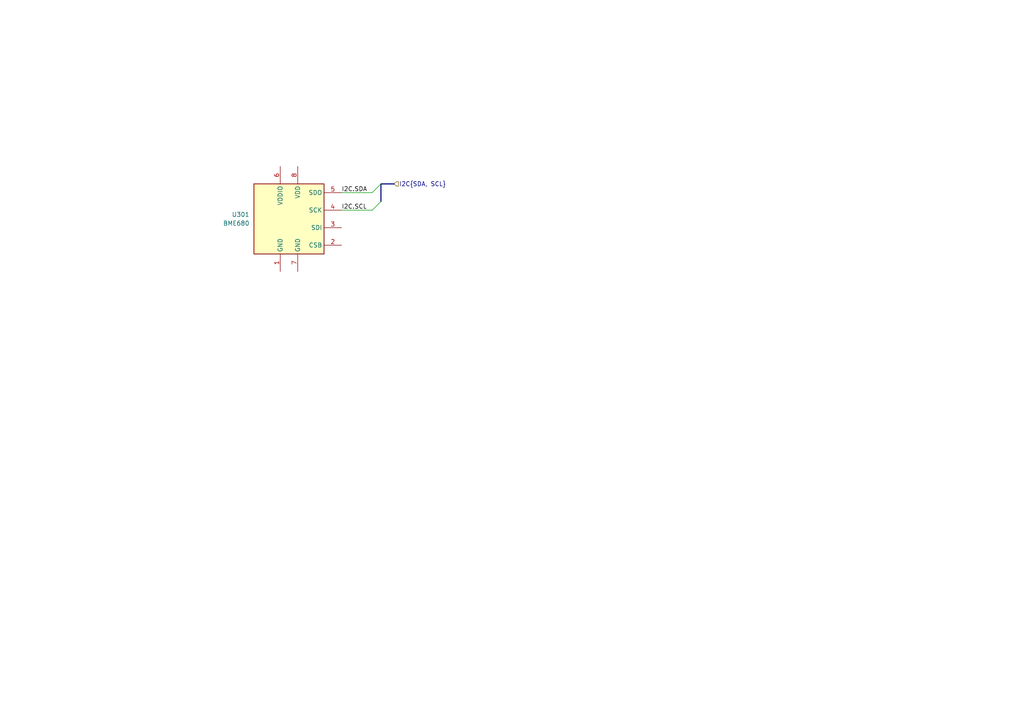
<source format=kicad_sch>
(kicad_sch (version 20231120) (generator "eeschema") (generator_version "8.0")
  (paper "A4")
  (lib_symbols
    (symbol "Sensor:BME680"
      (property "Reference" "U" (at -8.89 11.43 0))
      (property "Value" "BME680" (at 7.62 11.43 0))
      (symbol "BME680_0_1"
        (rectangle (start -10.16 10.16) (end 10.16 -10.16) (stroke (width 0.254)) (fill (type background)))
      )
      (symbol "BME680_1_1"
        (pin power_in line (at -2.54 -15.24 90) (length 5.08) (name "GND") (number "1"))
        (pin input line (at 15.24 -7.62 180) (length 5.08) (name "CSB") (number "2"))
        (pin bidirectional line (at 15.24 -2.54 180) (length 5.08) (name "SDI") (number "3"))
        (pin input line (at 15.24 2.54 180) (length 5.08) (name "SCK") (number "4"))
        (pin bidirectional line (at 15.24 7.62 180) (length 5.08) (name "SDO") (number "5"))
        (pin power_in line (at -2.54 15.24 270) (length 5.08) (name "VDDIO") (number "6"))
        (pin power_in line (at 2.54 -15.24 90) (length 5.08) (name "GND") (number "7"))
        (pin power_in line (at 2.54 15.24 270) (length 5.08) (name "VDD") (number "8"))
      )
    )
  )
  (bus_entry (at 110.49 58.42) (size -2.54 2.54))
  (bus_entry (at 110.49 53.34) (size -2.54 2.54))
  (bus (pts (xy 114.3 53.34) (xy 110.49 53.34)))
  (wire (pts (xy 99.06 55.88) (xy 107.95 55.88)))
  (wire (pts (xy 99.06 60.96) (xy 107.95 60.96)))
  (bus (pts (xy 110.49 53.34) (xy 110.49 58.42)))
  (label "I2C.SCL" (at 99.06 60.96 0))
  (label "I2C.SDA" (at 99.06 55.88 0))
  (hierarchical_label "I2C{SDA, SCL}" (shape input) (at 114.3 53.34 0))
  (symbol (lib_id "Sensor:BME680") (at 83.82 63.5 0) (unit 1)
    (property "Reference" "U301" (at 72.39 62.2299 0) (effects (justify right)))
    (property "Value" "BME680" (at 72.39 64.7699 0) (effects (justify right)))
    (property "Footprint" "Package_LGA:Bosch_LGA-8_3x3mm_P0.8mm_ClockwisePinNumbering" (effects (hide yes)))
    (property "Datasheet" "https://ae-bst.resource.bosch.com/media/_tech/media/datasheets/BST-BME680-DS001.pdf" (effects (hide yes)))
    (property "Description" "4-in-1 sensor, gas, humidity, pressure, temperature, I2C and SPI interface, 1.71-3.6V, LGA-8" (effects (hide yes)))
  )
)
</source>
